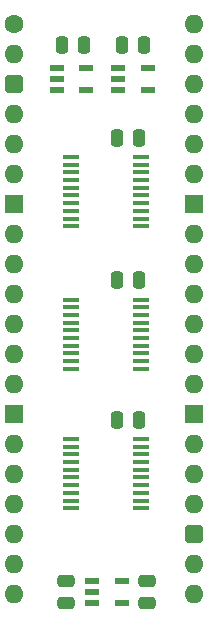
<source format=gbr>
%TF.GenerationSoftware,KiCad,Pcbnew,7.0.5*%
%TF.CreationDate,2024-01-26T06:52:55+02:00*%
%TF.ProjectId,Video Address Reader,56696465-6f20-4416-9464-726573732052,rev?*%
%TF.SameCoordinates,Original*%
%TF.FileFunction,Soldermask,Top*%
%TF.FilePolarity,Negative*%
%FSLAX46Y46*%
G04 Gerber Fmt 4.6, Leading zero omitted, Abs format (unit mm)*
G04 Created by KiCad (PCBNEW 7.0.5) date 2024-01-26 06:52:55*
%MOMM*%
%LPD*%
G01*
G04 APERTURE LIST*
G04 Aperture macros list*
%AMRoundRect*
0 Rectangle with rounded corners*
0 $1 Rounding radius*
0 $2 $3 $4 $5 $6 $7 $8 $9 X,Y pos of 4 corners*
0 Add a 4 corners polygon primitive as box body*
4,1,4,$2,$3,$4,$5,$6,$7,$8,$9,$2,$3,0*
0 Add four circle primitives for the rounded corners*
1,1,$1+$1,$2,$3*
1,1,$1+$1,$4,$5*
1,1,$1+$1,$6,$7*
1,1,$1+$1,$8,$9*
0 Add four rect primitives between the rounded corners*
20,1,$1+$1,$2,$3,$4,$5,0*
20,1,$1+$1,$4,$5,$6,$7,0*
20,1,$1+$1,$6,$7,$8,$9,0*
20,1,$1+$1,$8,$9,$2,$3,0*%
G04 Aperture macros list end*
%ADD10RoundRect,0.250000X0.250000X0.475000X-0.250000X0.475000X-0.250000X-0.475000X0.250000X-0.475000X0*%
%ADD11RoundRect,0.250000X0.475000X-0.250000X0.475000X0.250000X-0.475000X0.250000X-0.475000X-0.250000X0*%
%ADD12R,1.250000X0.600000*%
%ADD13R,1.150000X0.600000*%
%ADD14R,1.475000X0.450000*%
%ADD15C,1.600000*%
%ADD16O,1.600000X1.600000*%
%ADD17RoundRect,0.400000X-0.400000X-0.400000X0.400000X-0.400000X0.400000X0.400000X-0.400000X0.400000X0*%
%ADD18R,1.600000X1.600000*%
G04 APERTURE END LIST*
D10*
%TO.C,C4*%
X99486000Y-68072000D03*
X97586000Y-68072000D03*
%TD*%
D11*
%TO.C,C7*%
X100157000Y-105589000D03*
X100157000Y-107489000D03*
%TD*%
D12*
%TO.C,IC2*%
X97683000Y-62169000D03*
X97683000Y-63119000D03*
X97683000Y-64069000D03*
X100183000Y-64069000D03*
X100183000Y-62169000D03*
%TD*%
D10*
%TO.C,C3*%
X99486000Y-80137000D03*
X97586000Y-80137000D03*
%TD*%
D11*
%TO.C,C6*%
X93299000Y-107489000D03*
X93299000Y-105589000D03*
%TD*%
D13*
%TO.C,IC6*%
X95428000Y-105605000D03*
X95428000Y-106555000D03*
X95428000Y-107505000D03*
X98028000Y-107505000D03*
X98028000Y-105605000D03*
%TD*%
D14*
%TO.C,IC5*%
X93709000Y-69719000D03*
X93709000Y-70369000D03*
X93709000Y-71019000D03*
X93709000Y-71669000D03*
X93709000Y-72319000D03*
X93709000Y-72969000D03*
X93709000Y-73619000D03*
X93709000Y-74269000D03*
X93709000Y-74919000D03*
X93709000Y-75569000D03*
X99585000Y-75569000D03*
X99585000Y-74919000D03*
X99585000Y-74269000D03*
X99585000Y-73619000D03*
X99585000Y-72969000D03*
X99585000Y-72319000D03*
X99585000Y-71669000D03*
X99585000Y-71019000D03*
X99585000Y-70369000D03*
X99585000Y-69719000D03*
%TD*%
D10*
%TO.C,C2*%
X94787000Y-60198000D03*
X92887000Y-60198000D03*
%TD*%
D14*
%TO.C,IC3*%
X93709000Y-93595000D03*
X93709000Y-94245000D03*
X93709000Y-94895000D03*
X93709000Y-95545000D03*
X93709000Y-96195000D03*
X93709000Y-96845000D03*
X93709000Y-97495000D03*
X93709000Y-98145000D03*
X93709000Y-98795000D03*
X93709000Y-99445000D03*
X99585000Y-99445000D03*
X99585000Y-98795000D03*
X99585000Y-98145000D03*
X99585000Y-97495000D03*
X99585000Y-96845000D03*
X99585000Y-96195000D03*
X99585000Y-95545000D03*
X99585000Y-94895000D03*
X99585000Y-94245000D03*
X99585000Y-93595000D03*
%TD*%
D15*
%TO.C,J1*%
X88900000Y-58420000D03*
D16*
X88900000Y-60960000D03*
D17*
X88900000Y-63500000D03*
D16*
X88900000Y-66040000D03*
X88900000Y-68580000D03*
X88900000Y-71120000D03*
D18*
X88900000Y-73660000D03*
D16*
X88900000Y-76200000D03*
X88900000Y-78740000D03*
X88900000Y-81280000D03*
X88900000Y-83820000D03*
X88900000Y-86360000D03*
X88900000Y-88900000D03*
D18*
X88900000Y-91440000D03*
D16*
X88900000Y-93980000D03*
X88900000Y-96520000D03*
X88900000Y-99060000D03*
X88900000Y-101600000D03*
X88900000Y-104140000D03*
X88900000Y-106680000D03*
X104140000Y-106680000D03*
X104140000Y-104140000D03*
D17*
X104140000Y-101600000D03*
D16*
X104140000Y-99060000D03*
X104140000Y-96520000D03*
X104140000Y-93980000D03*
D18*
X104140000Y-91440000D03*
D16*
X104140000Y-88900000D03*
X104140000Y-86360000D03*
X104140000Y-83820000D03*
X104140000Y-81280000D03*
X104140000Y-78740000D03*
X104140000Y-76200000D03*
D18*
X104140000Y-73660000D03*
D16*
X104140000Y-71120000D03*
X104140000Y-68580000D03*
X104140000Y-66040000D03*
X104140000Y-63500000D03*
X104140000Y-60960000D03*
X104140000Y-58420000D03*
%TD*%
D14*
%TO.C,IC4*%
X93709000Y-81784000D03*
X93709000Y-82434000D03*
X93709000Y-83084000D03*
X93709000Y-83734000D03*
X93709000Y-84384000D03*
X93709000Y-85034000D03*
X93709000Y-85684000D03*
X93709000Y-86334000D03*
X93709000Y-86984000D03*
X93709000Y-87634000D03*
X99585000Y-87634000D03*
X99585000Y-86984000D03*
X99585000Y-86334000D03*
X99585000Y-85684000D03*
X99585000Y-85034000D03*
X99585000Y-84384000D03*
X99585000Y-83734000D03*
X99585000Y-83084000D03*
X99585000Y-82434000D03*
X99585000Y-81784000D03*
%TD*%
D10*
%TO.C,C1*%
X99867000Y-60198000D03*
X97967000Y-60198000D03*
%TD*%
%TO.C,C5*%
X99486000Y-91948000D03*
X97586000Y-91948000D03*
%TD*%
D12*
%TO.C,IC1*%
X92476000Y-62169000D03*
X92476000Y-63119000D03*
X92476000Y-64069000D03*
X94976000Y-64069000D03*
X94976000Y-62169000D03*
%TD*%
M02*

</source>
